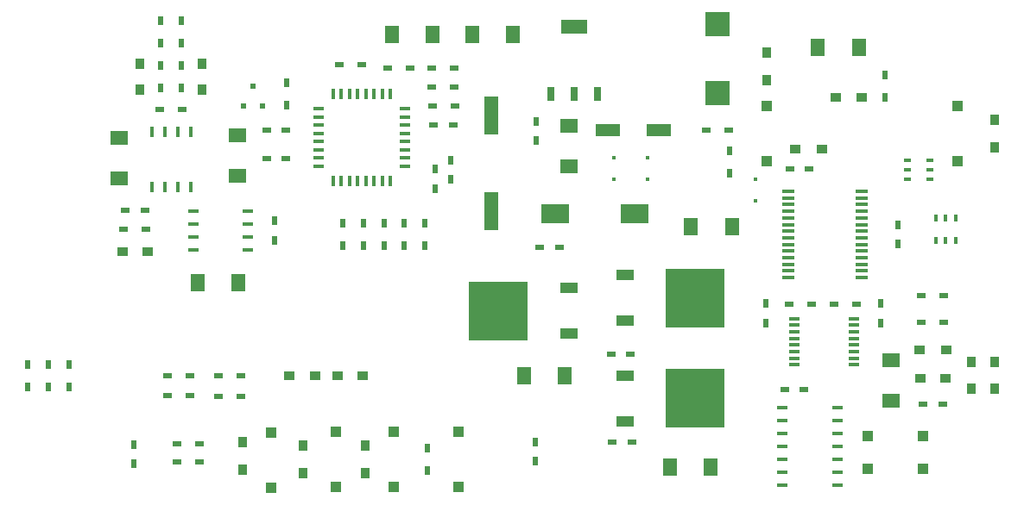
<source format=gbr>
G04 #@! TF.FileFunction,Paste,Bot*
%FSLAX46Y46*%
G04 Gerber Fmt 4.6, Leading zero omitted, Abs format (unit mm)*
G04 Created by KiCad (PCBNEW 4.0.3-stable) date 09/02/16 18:28:01*
%MOMM*%
%LPD*%
G01*
G04 APERTURE LIST*
%ADD10C,0.100000*%
%ADD11R,0.315000X0.413000*%
%ADD12R,0.875000X1.050000*%
%ADD13R,1.120000X0.385000*%
%ADD14R,0.385000X1.120000*%
%ADD15R,1.399286X3.849370*%
%ADD16R,0.840000X0.525000*%
%ADD17R,1.050000X0.875000*%
%ADD18R,0.525000X0.840000*%
%ADD19R,1.066800X1.066800*%
%ADD20R,2.450084X1.260602*%
%ADD21R,2.450000X2.450000*%
%ADD22R,1.050000X0.910000*%
%ADD23R,0.840000X0.630000*%
%ADD24R,0.630000X0.840000*%
%ADD25R,0.910000X1.050000*%
%ADD26R,0.420000X1.085000*%
%ADD27R,1.750000X1.400000*%
%ADD28R,1.400000X1.750000*%
%ADD29R,2.800350X1.890014*%
%ADD30R,0.560070X0.560070*%
%ADD31R,2.560320X1.422400*%
%ADD32R,0.711200X1.422400*%
%ADD33R,1.225000X0.315000*%
%ADD34R,1.050000X0.420000*%
%ADD35R,0.742000X0.455000*%
%ADD36R,1.050000X0.315000*%
%ADD37R,0.455000X0.742000*%
%ADD38R,1.085000X0.420000*%
%ADD39R,1.749552X1.050798*%
%ADD40R,5.724144X5.724144*%
G04 APERTURE END LIST*
D10*
D11*
X161925000Y-56300000D03*
X161925000Y-54190000D03*
X165227000Y-54190000D03*
X165227000Y-56300000D03*
D12*
X115443000Y-47478000D03*
X115443000Y-44978000D03*
D13*
X141410000Y-49397000D03*
X141410000Y-50197000D03*
X141410000Y-50997000D03*
X141410000Y-51797000D03*
X141410000Y-52597000D03*
X141410000Y-53397000D03*
X141410000Y-54197000D03*
X141410000Y-54997000D03*
D14*
X139960000Y-56447000D03*
X139160000Y-56447000D03*
X138360000Y-56447000D03*
X137560000Y-56447000D03*
X136760000Y-56447000D03*
X135960000Y-56447000D03*
X135160000Y-56447000D03*
X134360000Y-56447000D03*
D13*
X132910000Y-54997000D03*
X132910000Y-54197000D03*
X132910000Y-53397000D03*
X132910000Y-52597000D03*
X132910000Y-51797000D03*
X132910000Y-50997000D03*
X132910000Y-50197000D03*
X132910000Y-49397000D03*
D14*
X134360000Y-47947000D03*
X135160000Y-47947000D03*
X135960000Y-47947000D03*
X136760000Y-47947000D03*
X137560000Y-47947000D03*
X138360000Y-47947000D03*
X139160000Y-47947000D03*
X139960000Y-47947000D03*
D15*
X149860000Y-59436000D03*
X149860000Y-50038000D03*
D12*
X121539000Y-44978000D03*
X121539000Y-47478000D03*
D16*
X129728000Y-51435000D03*
X127828000Y-51435000D03*
D17*
X130068000Y-75565000D03*
X132568000Y-75565000D03*
D16*
X115885000Y-59309000D03*
X113985000Y-59309000D03*
D17*
X134767000Y-75565000D03*
X137267000Y-75565000D03*
D16*
X144211000Y-50927000D03*
X146111000Y-50927000D03*
D17*
X113685000Y-63373000D03*
X116185000Y-63373000D03*
D16*
X129728000Y-54229000D03*
X127828000Y-54229000D03*
D18*
X128651000Y-62291000D03*
X128651000Y-60391000D03*
X114808000Y-84262000D03*
X114808000Y-82362000D03*
X154178000Y-84008000D03*
X154178000Y-82108000D03*
X154305000Y-50612000D03*
X154305000Y-52512000D03*
D16*
X179136000Y-55245000D03*
X181036000Y-55245000D03*
D18*
X145923000Y-54422000D03*
X145923000Y-56322000D03*
X144399000Y-55311000D03*
X144399000Y-57211000D03*
D16*
X178628000Y-76962000D03*
X180528000Y-76962000D03*
D18*
X189738000Y-60772000D03*
X189738000Y-62672000D03*
X188087000Y-70419000D03*
X188087000Y-68519000D03*
X176784000Y-70419000D03*
X176784000Y-68519000D03*
D16*
X161610000Y-73469500D03*
X163510000Y-73469500D03*
X161737000Y-82105500D03*
X163637000Y-82105500D03*
X156525000Y-62992000D03*
X154625000Y-62992000D03*
D17*
X194417000Y-75819000D03*
X191917000Y-75819000D03*
D16*
X194117000Y-78359000D03*
X192217000Y-78359000D03*
D19*
X192201800Y-81534000D03*
X186766200Y-81534000D03*
X192201800Y-84709000D03*
X186766200Y-84709000D03*
D20*
X166329360Y-51435000D03*
X161330640Y-51435000D03*
D19*
X195580000Y-54533800D03*
X195580000Y-49098200D03*
X176911000Y-54533800D03*
X176911000Y-49098200D03*
X128270000Y-86588600D03*
X128270000Y-81153000D03*
X140335000Y-86537800D03*
X140335000Y-81102200D03*
X146685000Y-86537800D03*
X146685000Y-81102200D03*
X134620000Y-86537800D03*
X134620000Y-81102200D03*
D21*
X172085000Y-41046400D03*
X172085000Y-47853600D03*
D22*
X182325000Y-53340000D03*
X179625000Y-53340000D03*
X194517000Y-73025000D03*
X191817000Y-73025000D03*
D23*
X118089500Y-75565000D03*
X120289500Y-75565000D03*
X118076800Y-77546200D03*
X120276800Y-77546200D03*
X123106000Y-77597000D03*
X125306000Y-77597000D03*
X123149000Y-75565000D03*
X125349000Y-75565000D03*
D24*
X119507000Y-45128000D03*
X119507000Y-47328000D03*
X117475000Y-45128000D03*
X117475000Y-47328000D03*
X141351000Y-62822000D03*
X141351000Y-60622000D03*
X143383000Y-62822000D03*
X143383000Y-60622000D03*
D23*
X117391000Y-49403000D03*
X119591000Y-49403000D03*
X116035000Y-61214000D03*
X113835000Y-61214000D03*
D24*
X173228000Y-55710000D03*
X173228000Y-53510000D03*
D23*
X173185000Y-51435000D03*
X170985000Y-51435000D03*
D25*
X196977000Y-74215000D03*
X196977000Y-76915000D03*
X199263000Y-74215000D03*
X199263000Y-76915000D03*
D24*
X139344400Y-60622000D03*
X139344400Y-62822000D03*
X137350500Y-60622000D03*
X137350500Y-62822000D03*
X135280400Y-60622000D03*
X135280400Y-62822000D03*
X108458000Y-74465000D03*
X108458000Y-76665000D03*
D23*
X144043400Y-45377100D03*
X146243400Y-45377100D03*
X139743000Y-45364400D03*
X141943000Y-45364400D03*
X144065900Y-49136300D03*
X146265900Y-49136300D03*
X144061000Y-47269400D03*
X146261000Y-47269400D03*
D24*
X106426000Y-74465000D03*
X106426000Y-76665000D03*
D23*
X134967800Y-45072300D03*
X137167800Y-45072300D03*
D24*
X104394000Y-74465000D03*
X104394000Y-76665000D03*
D25*
X199263000Y-50466000D03*
X199263000Y-53166000D03*
X176911000Y-46562000D03*
X176911000Y-43862000D03*
D23*
X119042000Y-84074000D03*
X121242000Y-84074000D03*
X119042000Y-82296000D03*
X121242000Y-82296000D03*
D25*
X125476000Y-82136000D03*
X125476000Y-84836000D03*
D24*
X188429900Y-48280500D03*
X188429900Y-46080500D03*
D23*
X183474000Y-68580000D03*
X185674000Y-68580000D03*
X192067000Y-67691000D03*
X194267000Y-67691000D03*
X192067000Y-70358000D03*
X194267000Y-70358000D03*
X179113000Y-68580000D03*
X181313000Y-68580000D03*
D25*
X137477500Y-82470000D03*
X137477500Y-85170000D03*
D24*
X143573500Y-82720000D03*
X143573500Y-84920000D03*
D25*
X131445000Y-82470000D03*
X131445000Y-85170000D03*
D24*
X119507000Y-40683000D03*
X119507000Y-42883000D03*
X117475000Y-40683000D03*
X117475000Y-42883000D03*
D26*
X116586000Y-51656000D03*
X117856000Y-51656000D03*
X119126000Y-51656000D03*
X120396000Y-51656000D03*
X120396000Y-57056000D03*
X119126000Y-57056000D03*
X117856000Y-57056000D03*
X116586000Y-57056000D03*
D27*
X113411000Y-56229000D03*
X113411000Y-52229000D03*
D28*
X125063000Y-66421000D03*
X121063000Y-66421000D03*
D27*
X157480000Y-51054000D03*
X157480000Y-55054000D03*
D28*
X151987000Y-42037000D03*
X147987000Y-42037000D03*
X140113000Y-42037000D03*
X144113000Y-42037000D03*
X181896000Y-43307000D03*
X185896000Y-43307000D03*
D29*
X156131260Y-59690000D03*
X163908740Y-59690000D03*
D28*
X167405300Y-84582000D03*
X171405300Y-84582000D03*
X157067000Y-75565000D03*
X153067000Y-75565000D03*
D17*
X186162000Y-48260000D03*
X183662000Y-48260000D03*
D28*
X169450000Y-60960000D03*
X173450000Y-60960000D03*
D27*
X189103000Y-74073000D03*
X189103000Y-78073000D03*
X124968000Y-55975000D03*
X124968000Y-51975000D03*
D11*
X175768000Y-58420000D03*
X175768000Y-56310000D03*
D30*
X127442000Y-49133760D03*
X125542000Y-49133760D03*
X126492000Y-47134780D03*
D31*
X157988000Y-41275000D03*
D32*
X157988000Y-47879000D03*
X155702000Y-47879000D03*
X160274000Y-47879000D03*
D33*
X179026000Y-65947000D03*
X179026000Y-65297000D03*
X179026000Y-64647000D03*
X179026000Y-63997000D03*
X179026000Y-63347000D03*
X179026000Y-62697000D03*
X179026000Y-62047000D03*
X179026000Y-61397000D03*
X179026000Y-60747000D03*
X179026000Y-60097000D03*
X179026000Y-59447000D03*
X179026000Y-58797000D03*
X179026000Y-58147000D03*
X179026000Y-57497000D03*
X186226000Y-57497000D03*
X186226000Y-58147000D03*
X186226000Y-58797000D03*
X186226000Y-59447000D03*
X186226000Y-60097000D03*
X186226000Y-60747000D03*
X186226000Y-61397000D03*
X186226000Y-62047000D03*
X186226000Y-62697000D03*
X186226000Y-63347000D03*
X186226000Y-63997000D03*
X186226000Y-64647000D03*
X186226000Y-65297000D03*
X186226000Y-65947000D03*
D34*
X183802000Y-78740000D03*
X183802000Y-80010000D03*
X183802000Y-81280000D03*
X183802000Y-82550000D03*
X183802000Y-83820000D03*
X183802000Y-85090000D03*
X183802000Y-86360000D03*
X178402000Y-86360000D03*
X178402000Y-85090000D03*
X178402000Y-83820000D03*
X178402000Y-82550000D03*
X178402000Y-81280000D03*
X178402000Y-80010000D03*
X178402000Y-78740000D03*
D35*
X192895400Y-54411800D03*
X192895400Y-55361800D03*
X192895400Y-56311800D03*
X190695400Y-56311800D03*
X190695400Y-54411800D03*
X190695400Y-55361800D03*
D36*
X185449000Y-69988000D03*
X185449000Y-70638000D03*
X185449000Y-71288000D03*
X185449000Y-71938000D03*
X185449000Y-72588000D03*
X185449000Y-73238000D03*
X185449000Y-73888000D03*
X185449000Y-74538000D03*
X179549000Y-74538000D03*
X179549000Y-73888000D03*
X179549000Y-73238000D03*
X179549000Y-72588000D03*
X179549000Y-71938000D03*
X179549000Y-71288000D03*
X179549000Y-70638000D03*
X179549000Y-69988000D03*
D37*
X193487000Y-60114000D03*
X194437000Y-60114000D03*
X195387000Y-60114000D03*
X195387000Y-62314000D03*
X193487000Y-62314000D03*
X194437000Y-62314000D03*
D24*
X129794000Y-46779000D03*
X129794000Y-48979000D03*
D38*
X120617000Y-63246000D03*
X120617000Y-61976000D03*
X120617000Y-60706000D03*
X120617000Y-59436000D03*
X126017000Y-59436000D03*
X126017000Y-60706000D03*
X126017000Y-61976000D03*
X126017000Y-63246000D03*
D39*
X162966764Y-70220840D03*
X162966764Y-65669160D03*
D40*
X169865404Y-67945000D03*
D39*
X162966764Y-80123802D03*
X162966764Y-75572122D03*
D40*
X169865404Y-77847962D03*
D39*
X157480000Y-66939160D03*
X157480000Y-71490840D03*
D40*
X150581360Y-69215000D03*
M02*

</source>
